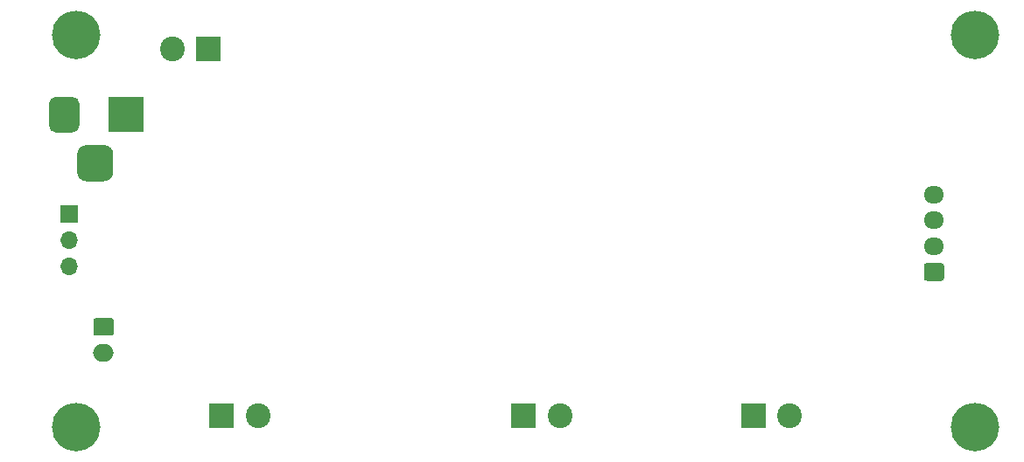
<source format=gbr>
G04 #@! TF.GenerationSoftware,KiCad,Pcbnew,5.1.10-88a1d61d58~90~ubuntu21.04.1*
G04 #@! TF.CreationDate,2021-08-23T11:27:44+02:00*
G04 #@! TF.ProjectId,DccDecoder,44636344-6563-46f6-9465-722e6b696361,rev?*
G04 #@! TF.SameCoordinates,Original*
G04 #@! TF.FileFunction,Soldermask,Bot*
G04 #@! TF.FilePolarity,Negative*
%FSLAX46Y46*%
G04 Gerber Fmt 4.6, Leading zero omitted, Abs format (unit mm)*
G04 Created by KiCad (PCBNEW 5.1.10-88a1d61d58~90~ubuntu21.04.1) date 2021-08-23 11:27:44*
%MOMM*%
%LPD*%
G01*
G04 APERTURE LIST*
%ADD10C,2.400000*%
%ADD11R,2.400000X2.400000*%
%ADD12C,4.700000*%
%ADD13O,1.950000X1.700000*%
%ADD14R,3.500000X3.500000*%
%ADD15O,1.700000X1.700000*%
%ADD16R,1.700000X1.700000*%
%ADD17O,2.000000X1.700000*%
G04 APERTURE END LIST*
D10*
X33330000Y-25400000D03*
D11*
X36830000Y-25400000D03*
D10*
X41600000Y-60960000D03*
D11*
X38100000Y-60960000D03*
D10*
X93035000Y-60960000D03*
D11*
X89535000Y-60960000D03*
D10*
X70810000Y-60960000D03*
D11*
X67310000Y-60960000D03*
D12*
X24000000Y-24000000D03*
D13*
X107000000Y-39500000D03*
X107000000Y-42000000D03*
X107000000Y-44500000D03*
G36*
G01*
X107725000Y-47850000D02*
X106275000Y-47850000D01*
G75*
G02*
X106025000Y-47600000I0J250000D01*
G01*
X106025000Y-46400000D01*
G75*
G02*
X106275000Y-46150000I250000J0D01*
G01*
X107725000Y-46150000D01*
G75*
G02*
X107975000Y-46400000I0J-250000D01*
G01*
X107975000Y-47600000D01*
G75*
G02*
X107725000Y-47850000I-250000J0D01*
G01*
G37*
D12*
X111000000Y-24000000D03*
X111000000Y-62000000D03*
X24000000Y-62000000D03*
G36*
G01*
X24110000Y-37325000D02*
X24110000Y-35575000D01*
G75*
G02*
X24985000Y-34700000I875000J0D01*
G01*
X26735000Y-34700000D01*
G75*
G02*
X27610000Y-35575000I0J-875000D01*
G01*
X27610000Y-37325000D01*
G75*
G02*
X26735000Y-38200000I-875000J0D01*
G01*
X24985000Y-38200000D01*
G75*
G02*
X24110000Y-37325000I0J875000D01*
G01*
G37*
G36*
G01*
X21360000Y-32750000D02*
X21360000Y-30750000D01*
G75*
G02*
X22110000Y-30000000I750000J0D01*
G01*
X23610000Y-30000000D01*
G75*
G02*
X24360000Y-30750000I0J-750000D01*
G01*
X24360000Y-32750000D01*
G75*
G02*
X23610000Y-33500000I-750000J0D01*
G01*
X22110000Y-33500000D01*
G75*
G02*
X21360000Y-32750000I0J750000D01*
G01*
G37*
D14*
X28860000Y-31750000D03*
D15*
X23368000Y-46482000D03*
X23368000Y-43942000D03*
D16*
X23368000Y-41402000D03*
D17*
X26670000Y-54824000D03*
G36*
G01*
X25920000Y-51474000D02*
X27420000Y-51474000D01*
G75*
G02*
X27670000Y-51724000I0J-250000D01*
G01*
X27670000Y-52924000D01*
G75*
G02*
X27420000Y-53174000I-250000J0D01*
G01*
X25920000Y-53174000D01*
G75*
G02*
X25670000Y-52924000I0J250000D01*
G01*
X25670000Y-51724000D01*
G75*
G02*
X25920000Y-51474000I250000J0D01*
G01*
G37*
M02*

</source>
